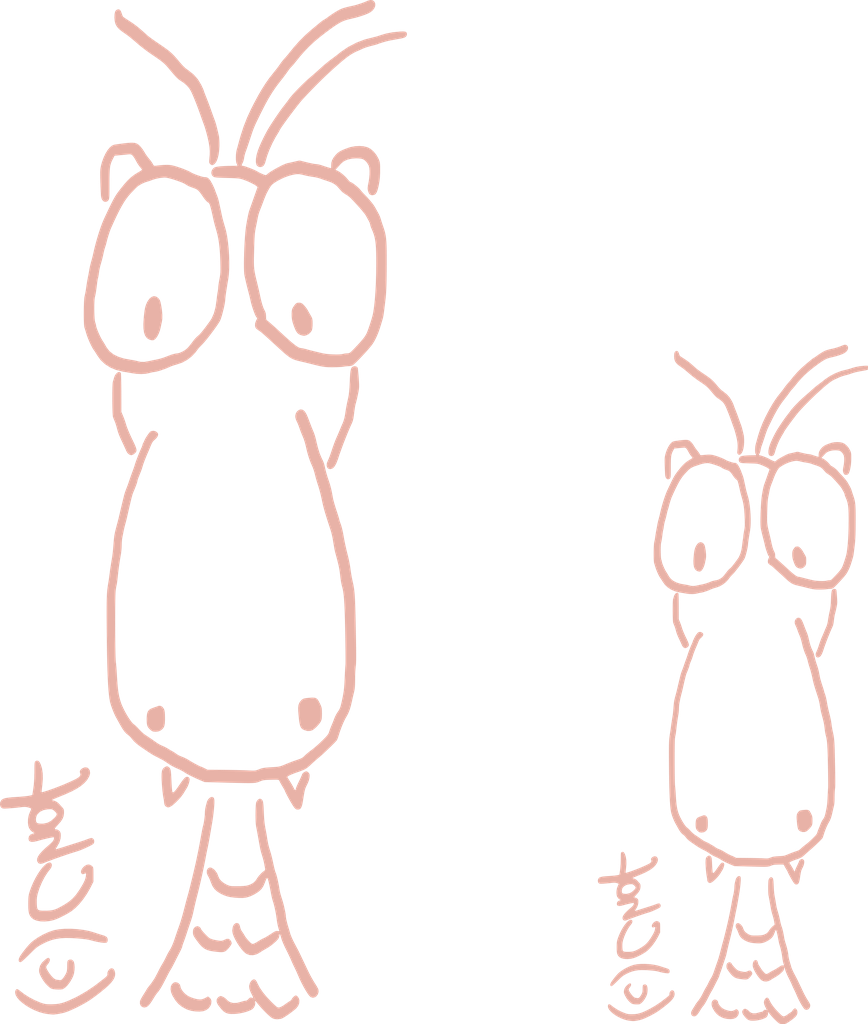
<source format=kicad_pcb>
(kicad_pcb (version 20240108) (generator "pcbnew") (generator_version "8.0")
  (title_block (company "chof.org"))
  (layers (0 "F.Cu" signal) (31 "B.Cu" signal) (34 "B.Paste" user) (35 "F.Paste" user) (36 "B.SilkS" user "B.Silkscreen") (37 "F.SilkS" user "F.Silkscreen") (38 "B.Mask" user) (39 "F.Mask" user) (44 "Edge.Cuts" user))
  (net 0 "")
  (footprint "Chof747 Logos:LOGO small" (layer "B.Cu") (at 30.47 184.88 180)
    (property "Reference" "G***" (hide yes))
    (property "Value" "LOGO" (hide yes))
  )
  (footprint "LOGO" (layer "B.Cu") (at 22.366243 182.317987 180)
    (property "Reference" "G***" (hide yes))
    (property "Value" "LOGO" (hide yes))
  )
)
</source>
